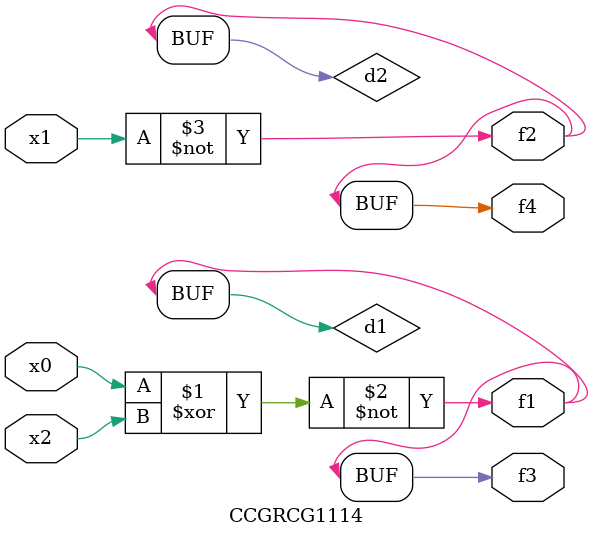
<source format=v>
module CCGRCG1114(
	input x0, x1, x2,
	output f1, f2, f3, f4
);

	wire d1, d2, d3;

	xnor (d1, x0, x2);
	nand (d2, x1);
	nor (d3, x1, x2);
	assign f1 = d1;
	assign f2 = d2;
	assign f3 = d1;
	assign f4 = d2;
endmodule

</source>
